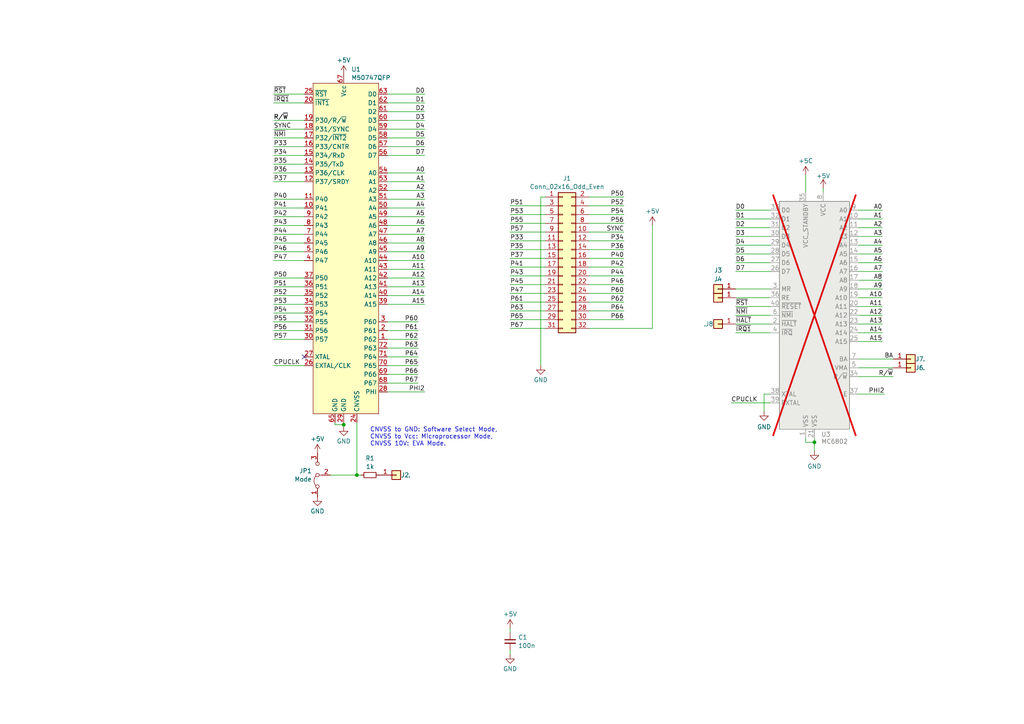
<source format=kicad_sch>
(kicad_sch (version 20230121) (generator eeschema)
  (paper "A4")
  (lib_symbols
    (symbol "CPU_NXP_6800:MC6802"
      (property "Reference" "U99" (at 1.9559 -34.552 0))
      (property "Value" "MC6802" (at 1.9559 -36.6 0))
      (symbol "MC6802_0_1"
        (rectangle (start -10.16 -33.02) (end 10.16 33.02) (stroke (width 0.254)) (fill (type background)))
      )
      (symbol "MC6802_1_1"
        (pin power_in line (at -2.54 -35.56 90) (length 2.54) (name "VSS") (number "1"))
        (pin output line (at 12.7 27.94 180) (length 2.54) (name "A1") (number "10"))
        (pin output line (at 12.7 25.4 180) (length 2.54) (name "A2") (number "11"))
        (pin output line (at 12.7 22.86 180) (length 2.54) (name "A3") (number "12"))
        (pin output line (at 12.7 20.32 180) (length 2.54) (name "A4") (number "13"))
        (pin output line (at 12.7 17.78 180) (length 2.54) (name "A5") (number "14"))
        (pin output line (at 12.7 15.24 180) (length 2.54) (name "A6") (number "15"))
        (pin output line (at 12.7 12.7 180) (length 2.54) (name "A7") (number "16"))
        (pin output line (at 12.7 10.16 180) (length 2.54) (name "A8") (number "17"))
        (pin output line (at 12.7 7.62 180) (length 2.54) (name "A9") (number "18"))
        (pin output line (at 12.7 5.08 180) (length 2.54) (name "A10") (number "19"))
        (pin input line (at -12.7 -2.54 0) (length 2.54) (name "~{HALT}") (number "2"))
        (pin output line (at 12.7 2.54 180) (length 2.54) (name "A11") (number "20"))
        (pin power_in line (at 0 -35.56 90) (length 2.54) (name "VSS") (number "21"))
        (pin output line (at 12.7 0 180) (length 2.54) (name "A12") (number "22"))
        (pin output line (at 12.7 -2.54 180) (length 2.54) (name "A13") (number "23"))
        (pin output line (at 12.7 -5.08 180) (length 2.54) (name "A14") (number "24"))
        (pin output line (at 12.7 -7.62 180) (length 2.54) (name "A15") (number "25"))
        (pin bidirectional line (at -12.7 12.7 0) (length 2.54) (name "D7") (number "26"))
        (pin bidirectional line (at -12.7 15.24 0) (length 2.54) (name "D6") (number "27"))
        (pin bidirectional line (at -12.7 17.78 0) (length 2.54) (name "D5") (number "28"))
        (pin bidirectional line (at -12.7 20.32 0) (length 2.54) (name "D4") (number "29"))
        (pin input line (at -12.7 7.62 0) (length 2.54) (name "MR") (number "3"))
        (pin bidirectional line (at -12.7 22.86 0) (length 2.54) (name "D3") (number "30"))
        (pin bidirectional line (at -12.7 25.4 0) (length 2.54) (name "D2") (number "31"))
        (pin bidirectional line (at -12.7 27.94 0) (length 2.54) (name "D1") (number "32"))
        (pin bidirectional line (at -12.7 30.48 0) (length 2.54) (name "D0") (number "33"))
        (pin output line (at 12.7 -17.78 180) (length 2.54) (name "R/~{W}") (number "34"))
        (pin power_in line (at -2.54 35.56 270) (length 2.54) (name "VCC_STANDBY") (number "35"))
        (pin input line (at -12.7 5.08 0) (length 2.54) (name "RE") (number "36"))
        (pin output line (at 12.7 -22.86 180) (length 2.54) (name "E") (number "37"))
        (pin passive line (at -12.7 -22.86 0) (length 2.54) (name "XTAL") (number "38"))
        (pin passive line (at -12.7 -25.4 0) (length 2.54) (name "EXTAL") (number "39"))
        (pin input line (at -12.7 -5.08 0) (length 2.54) (name "~{IRQ}") (number "4"))
        (pin input line (at -12.7 2.54 0) (length 2.54) (name "~{RESET}") (number "40"))
        (pin output line (at 12.7 -15.24 180) (length 2.54) (name "VMA") (number "5"))
        (pin input line (at -12.7 0 0) (length 2.54) (name "~{NMI}") (number "6"))
        (pin output line (at 12.7 -12.7 180) (length 2.54) (name "BA") (number "7"))
        (pin power_in line (at 2.54 35.56 270) (length 2.54) (name "VCC") (number "8"))
        (pin output line (at 12.7 30.48 180) (length 2.54) (name "A0") (number "9"))
      )
    )
    (symbol "Connector_Generic:Conn_01x01" (pin_names (offset 1.016) hide)
      (property "Reference" "J" (at 0 2.54 0))
      (property "Value" "Conn_01x01" (at 0 -2.54 0))
      (symbol "Conn_01x01_1_1"
        (rectangle (start -1.27 0.127) (end 0 -0.127) (stroke (width 0.1524)))
        (rectangle (start -1.27 1.27) (end 1.27 -1.27) (stroke (width 0.254)) (fill (type background)))
        (pin passive line (at -5.08 0 0) (length 3.81) (name "Pin_1") (number "1"))
      )
    )
    (symbol "Connector_Generic:Conn_02x16_Odd_Even" (pin_names (offset 1.016) hide)
      (property "Reference" "J" (at 1.27 20.32 0))
      (property "Value" "Conn_02x16_Odd_Even" (at 1.27 -22.86 0))
      (symbol "Conn_02x16_Odd_Even_1_1"
        (rectangle (start -1.27 -20.193) (end 0 -20.447) (stroke (width 0.1524)))
        (rectangle (start -1.27 -17.653) (end 0 -17.907) (stroke (width 0.1524)))
        (rectangle (start -1.27 -15.113) (end 0 -15.367) (stroke (width 0.1524)))
        (rectangle (start -1.27 -12.573) (end 0 -12.827) (stroke (width 0.1524)))
        (rectangle (start -1.27 -10.033) (end 0 -10.287) (stroke (width 0.1524)))
        (rectangle (start -1.27 -7.493) (end 0 -7.747) (stroke (width 0.1524)))
        (rectangle (start -1.27 -4.953) (end 0 -5.207) (stroke (width 0.1524)))
        (rectangle (start -1.27 -2.413) (end 0 -2.667) (stroke (width 0.1524)))
        (rectangle (start -1.27 0.127) (end 0 -0.127) (stroke (width 0.1524)))
        (rectangle (start -1.27 2.667) (end 0 2.413) (stroke (width 0.1524)))
        (rectangle (start -1.27 5.207) (end 0 4.953) (stroke (width 0.1524)))
        (rectangle (start -1.27 7.747) (end 0 7.493) (stroke (width 0.1524)))
        (rectangle (start -1.27 10.287) (end 0 10.033) (stroke (width 0.1524)))
        (rectangle (start -1.27 12.827) (end 0 12.573) (stroke (width 0.1524)))
        (rectangle (start -1.27 15.367) (end 0 15.113) (stroke (width 0.1524)))
        (rectangle (start -1.27 17.907) (end 0 17.653) (stroke (width 0.1524)))
        (rectangle (start -1.27 19.05) (end 3.81 -21.59) (stroke (width 0.254)) (fill (type background)))
        (rectangle (start 3.81 -20.193) (end 2.54 -20.447) (stroke (width 0.1524)))
        (rectangle (start 3.81 -17.653) (end 2.54 -17.907) (stroke (width 0.1524)))
        (rectangle (start 3.81 -15.113) (end 2.54 -15.367) (stroke (width 0.1524)))
        (rectangle (start 3.81 -12.573) (end 2.54 -12.827) (stroke (width 0.1524)))
        (rectangle (start 3.81 -10.033) (end 2.54 -10.287) (stroke (width 0.1524)))
        (rectangle (start 3.81 -7.493) (end 2.54 -7.747) (stroke (width 0.1524)))
        (rectangle (start 3.81 -4.953) (end 2.54 -5.207) (stroke (width 0.1524)))
        (rectangle (start 3.81 -2.413) (end 2.54 -2.667) (stroke (width 0.1524)))
        (rectangle (start 3.81 0.127) (end 2.54 -0.127) (stroke (width 0.1524)))
        (rectangle (start 3.81 2.667) (end 2.54 2.413) (stroke (width 0.1524)))
        (rectangle (start 3.81 5.207) (end 2.54 4.953) (stroke (width 0.1524)))
        (rectangle (start 3.81 7.747) (end 2.54 7.493) (stroke (width 0.1524)))
        (rectangle (start 3.81 10.287) (end 2.54 10.033) (stroke (width 0.1524)))
        (rectangle (start 3.81 12.827) (end 2.54 12.573) (stroke (width 0.1524)))
        (rectangle (start 3.81 15.367) (end 2.54 15.113) (stroke (width 0.1524)))
        (rectangle (start 3.81 17.907) (end 2.54 17.653) (stroke (width 0.1524)))
        (pin passive line (at -5.08 17.78 0) (length 3.81) (name "Pin_1") (number "1"))
        (pin passive line (at 7.62 7.62 180) (length 3.81) (name "Pin_10") (number "10"))
        (pin passive line (at -5.08 5.08 0) (length 3.81) (name "Pin_11") (number "11"))
        (pin passive line (at 7.62 5.08 180) (length 3.81) (name "Pin_12") (number "12"))
        (pin passive line (at -5.08 2.54 0) (length 3.81) (name "Pin_13") (number "13"))
        (pin passive line (at 7.62 2.54 180) (length 3.81) (name "Pin_14") (number "14"))
        (pin passive line (at -5.08 0 0) (length 3.81) (name "Pin_15") (number "15"))
        (pin passive line (at 7.62 0 180) (length 3.81) (name "Pin_16") (number "16"))
        (pin passive line (at -5.08 -2.54 0) (length 3.81) (name "Pin_17") (number "17"))
        (pin passive line (at 7.62 -2.54 180) (length 3.81) (name "Pin_18") (number "18"))
        (pin passive line (at -5.08 -5.08 0) (length 3.81) (name "Pin_19") (number "19"))
        (pin passive line (at 7.62 17.78 180) (length 3.81) (name "Pin_2") (number "2"))
        (pin passive line (at 7.62 -5.08 180) (length 3.81) (name "Pin_20") (number "20"))
        (pin passive line (at -5.08 -7.62 0) (length 3.81) (name "Pin_21") (number "21"))
        (pin passive line (at 7.62 -7.62 180) (length 3.81) (name "Pin_22") (number "22"))
        (pin passive line (at -5.08 -10.16 0) (length 3.81) (name "Pin_23") (number "23"))
        (pin passive line (at 7.62 -10.16 180) (length 3.81) (name "Pin_24") (number "24"))
        (pin passive line (at -5.08 -12.7 0) (length 3.81) (name "Pin_25") (number "25"))
        (pin passive line (at 7.62 -12.7 180) (length 3.81) (name "Pin_26") (number "26"))
        (pin passive line (at -5.08 -15.24 0) (length 3.81) (name "Pin_27") (number "27"))
        (pin passive line (at 7.62 -15.24 180) (length 3.81) (name "Pin_28") (number "28"))
        (pin passive line (at -5.08 -17.78 0) (length 3.81) (name "Pin_29") (number "29"))
        (pin passive line (at -5.08 15.24 0) (length 3.81) (name "Pin_3") (number "3"))
        (pin passive line (at 7.62 -17.78 180) (length 3.81) (name "Pin_30") (number "30"))
        (pin passive line (at -5.08 -20.32 0) (length 3.81) (name "Pin_31") (number "31"))
        (pin passive line (at 7.62 -20.32 180) (length 3.81) (name "Pin_32") (number "32"))
        (pin passive line (at 7.62 15.24 180) (length 3.81) (name "Pin_4") (number "4"))
        (pin passive line (at -5.08 12.7 0) (length 3.81) (name "Pin_5") (number "5"))
        (pin passive line (at 7.62 12.7 180) (length 3.81) (name "Pin_6") (number "6"))
        (pin passive line (at -5.08 10.16 0) (length 3.81) (name "Pin_7") (number "7"))
        (pin passive line (at 7.62 10.16 180) (length 3.81) (name "Pin_8") (number "8"))
        (pin passive line (at -5.08 7.62 0) (length 3.81) (name "Pin_9") (number "9"))
      )
    )
    (symbol "Device:C_Small" (pin_numbers hide) (pin_names (offset 0.254) hide)
      (property "Reference" "C" (at 0.254 1.778 0))
      (property "Value" "C_Small" (at 0.254 -2.032 0))
      (symbol "C_Small_0_1"
        (polyline (pts (xy -1.524 -0.508) (xy 1.524 -0.508)) (stroke (width 0.3302)))
        (polyline (pts (xy -1.524 0.508) (xy 1.524 0.508)) (stroke (width 0.3048)))
      )
      (symbol "C_Small_1_1"
        (pin passive line (at 0 2.54 270) (length 2.032) (name "~") (number "1"))
        (pin passive line (at 0 -2.54 90) (length 2.032) (name "~") (number "2"))
      )
    )
    (symbol "Device:R_Small" (pin_numbers hide) (pin_names (offset 0.254) hide)
      (property "Reference" "R" (at 0.762 0.508 0))
      (property "Value" "R_Small" (at 0.762 -1.016 0))
      (symbol "R_Small_0_1"
        (rectangle (start -0.762 1.778) (end 0.762 -1.778) (stroke (width 0.2032)))
      )
      (symbol "R_Small_1_1"
        (pin passive line (at 0 2.54 270) (length 0.762) (name "~") (number "1"))
        (pin passive line (at 0 -2.54 90) (length 0.762) (name "~") (number "2"))
      )
    )
    (symbol "Jumper:Jumper_3_Bridged12" (pin_names (offset 0) hide)
      (property "Reference" "JP" (at -2.54 -2.54 0))
      (property "Value" "Jumper_3_Bridged12" (at 0 2.794 0))
      (symbol "Jumper_3_Bridged12_0_0"
        (circle (center -3.302 0) (radius 0.508))
        (circle (center 0 0) (radius 0.508))
        (circle (center 3.302 0) (radius 0.508))
      )
      (symbol "Jumper_3_Bridged12_0_1"
        (arc (start -0.254 0.508) (mid -1.651 0.9912) (end -3.048 0.508))
        (polyline (pts (xy 0 -1.27) (xy 0 -0.508)))
      )
      (symbol "Jumper_3_Bridged12_1_1"
        (pin passive line (at -6.35 0 0) (length 2.54) (name "A") (number "1"))
        (pin passive line (at 0 -3.81 90) (length 2.54) (name "C") (number "2"))
        (pin passive line (at 6.35 0 180) (length 2.54) (name "B") (number "3"))
      )
    )
    (symbol "my_ics_new:M50747QFP"
      (property "Reference" "U" (at 1.905 50.165 0))
      (property "Value" "M50747QFP" (at 6.35 47.625 0))
      (symbol "M50747QFP_1_1"
        (rectangle (start -8.89 46.355) (end 10.16 -49.53) (fill (type background)))
        (pin output line (at 12.7 -27.94 180) (length 2.54) (name "P62") (number "1"))
        (pin bidirectional line (at -11.43 10.16 0) (length 2.54) (name "P41") (number "10"))
        (pin bidirectional line (at -11.43 12.7 0) (length 2.54) (name "P40") (number "11"))
        (pin bidirectional line (at -11.43 17.78 0) (length 2.54) (name "P37/SRDY") (number "12"))
        (pin bidirectional line (at -11.43 20.32 0) (length 2.54) (name "P36/CLK") (number "13"))
        (pin bidirectional line (at -11.43 22.86 0) (length 2.54) (name "P35/TxD") (number "14"))
        (pin bidirectional line (at -11.43 25.4 0) (length 2.54) (name "P34/RxD") (number "15"))
        (pin bidirectional line (at -11.43 27.94 0) (length 2.54) (name "P33/CNTR") (number "16"))
        (pin bidirectional line (at -11.43 30.48 0) (length 2.54) (name "P32/~{INT2}") (number "17"))
        (pin bidirectional line (at -11.43 33.02 0) (length 2.54) (name "P31/SYNC") (number "18"))
        (pin bidirectional line (at -11.43 35.56 0) (length 2.54) (name "P30/R/~{W}") (number "19"))
        (pin output line (at 12.7 -25.4 180) (length 2.54) (name "P61") (number "2"))
        (pin input line (at -11.43 40.64 0) (length 2.54) (name "~{INT1}") (number "20"))
        (pin no_connect line (at -0.635 -1.27 180) (length 2.54) hide (name "") (number "21"))
        (pin no_connect line (at -0.635 -3.81 180) (length 2.54) hide (name "") (number "22"))
        (pin no_connect line (at -0.635 -6.35 180) (length 2.54) hide (name "") (number "23"))
        (pin input line (at 3.81 -52.07 90) (length 2.54) (name "CNVSS") (number "24"))
        (pin input line (at -11.43 43.18 0) (length 2.54) (name "~{RST}") (number "25"))
        (pin input line (at -11.43 -35.56 0) (length 2.54) (name "EXTAL/CLK") (number "26"))
        (pin output line (at -11.43 -33.02 0) (length 2.54) (name "XTAL") (number "27"))
        (pin output line (at 12.7 -43.18 180) (length 2.54) (name "PHI") (number "28"))
        (pin power_in line (at 0 -52.07 90) (length 2.54) (name "GND") (number "29"))
        (pin output line (at 12.7 -22.86 180) (length 2.54) (name "P60") (number "3"))
        (pin input line (at -11.43 -27.94 0) (length 2.54) (name "P57") (number "30"))
        (pin input line (at -11.43 -25.4 0) (length 2.54) (name "P56") (number "31"))
        (pin input line (at -11.43 -22.86 0) (length 2.54) (name "P55") (number "32"))
        (pin input line (at -11.43 -20.32 0) (length 2.54) (name "P54") (number "33"))
        (pin input line (at -11.43 -17.78 0) (length 2.54) (name "P53") (number "34"))
        (pin input line (at -11.43 -15.24 0) (length 2.54) (name "P52") (number "35"))
        (pin input line (at -11.43 -12.7 0) (length 2.54) (name "P51") (number "36"))
        (pin input line (at -11.43 -10.16 0) (length 2.54) (name "P50") (number "37"))
        (pin no_connect line (at -0.635 -8.89 180) (length 2.54) hide (name "") (number "38"))
        (pin bidirectional line (at 12.7 -17.78 180) (length 2.54) (name "A15") (number "39"))
        (pin bidirectional line (at -11.43 -5.08 0) (length 2.54) (name "P47") (number "4"))
        (pin bidirectional line (at 12.7 -15.24 180) (length 2.54) (name "A14") (number "40"))
        (pin bidirectional line (at 12.7 -12.7 180) (length 2.54) (name "A13") (number "41"))
        (pin bidirectional line (at 12.7 -10.16 180) (length 2.54) (name "A12") (number "42"))
        (pin bidirectional line (at 12.7 -7.62 180) (length 2.54) (name "A11") (number "43"))
        (pin bidirectional line (at 12.7 -5.08 180) (length 2.54) (name "A10") (number "44"))
        (pin bidirectional line (at 12.7 -2.54 180) (length 2.54) (name "A9") (number "45"))
        (pin bidirectional line (at 12.7 0 180) (length 2.54) (name "A8") (number "46"))
        (pin bidirectional line (at 12.7 2.54 180) (length 2.54) (name "A7") (number "47"))
        (pin bidirectional line (at 12.7 5.08 180) (length 2.54) (name "A6") (number "48"))
        (pin bidirectional line (at 12.7 7.62 180) (length 2.54) (name "A5") (number "49"))
        (pin bidirectional line (at -11.43 -2.54 0) (length 2.54) (name "P46") (number "5"))
        (pin bidirectional line (at 12.7 10.16 180) (length 2.54) (name "A4") (number "50"))
        (pin bidirectional line (at 12.7 12.7 180) (length 2.54) (name "A3") (number "51"))
        (pin bidirectional line (at 12.7 15.24 180) (length 2.54) (name "A2") (number "52"))
        (pin bidirectional line (at 12.7 17.78 180) (length 2.54) (name "A1") (number "53"))
        (pin bidirectional line (at 12.7 20.32 180) (length 2.54) (name "A0") (number "54"))
        (pin no_connect line (at -0.635 -11.43 180) (length 2.54) hide (name "") (number "55"))
        (pin bidirectional line (at 12.7 25.4 180) (length 2.54) (name "D7") (number "56"))
        (pin bidirectional line (at 12.7 27.94 180) (length 2.54) (name "D6") (number "57"))
        (pin bidirectional line (at 12.7 30.48 180) (length 2.54) (name "D5") (number "58"))
        (pin bidirectional line (at 12.7 33.02 180) (length 2.54) (name "D4") (number "59"))
        (pin bidirectional line (at -11.43 0 0) (length 2.54) (name "P45") (number "6"))
        (pin bidirectional line (at 12.7 35.56 180) (length 2.54) (name "D3") (number "60"))
        (pin bidirectional line (at 12.7 38.1 180) (length 2.54) (name "D2") (number "61"))
        (pin bidirectional line (at 12.7 40.64 180) (length 2.54) (name "D1") (number "62"))
        (pin bidirectional line (at 12.7 43.18 180) (length 2.54) (name "D0") (number "63"))
        (pin no_connect line (at -0.635 -13.97 180) (length 2.54) hide (name "") (number "64"))
        (pin power_in line (at -2.54 -52.07 90) (length 2.54) (name "GND") (number "65"))
        (pin no_connect line (at -0.635 -16.51 180) (length 2.54) hide (name "") (number "66"))
        (pin power_in line (at 0 48.895 270) (length 2.54) (name "Vcc") (number "67"))
        (pin output line (at 12.7 -40.64 180) (length 2.54) (name "P67") (number "68"))
        (pin output line (at 12.7 -38.1 180) (length 2.54) (name "P66") (number "69"))
        (pin bidirectional line (at -11.43 2.54 0) (length 2.54) (name "P44") (number "7"))
        (pin output line (at 12.7 -35.56 180) (length 2.54) (name "P65") (number "70"))
        (pin output line (at 12.7 -33.02 180) (length 2.54) (name "P64") (number "71"))
        (pin output line (at 12.7 -30.48 180) (length 2.54) (name "P63") (number "72"))
        (pin bidirectional line (at -11.43 5.08 0) (length 2.54) (name "P43") (number "8"))
        (pin bidirectional line (at -11.43 7.62 0) (length 2.54) (name "P42") (number "9"))
      )
    )
    (symbol "power:+5C" (power) (pin_names (offset 0))
      (property "Value" "+5C" (at 0 3.556 0))
      (symbol "+5C_0_1"
        (polyline (pts (xy -0.762 1.27) (xy 0 2.54)))
        (polyline (pts (xy 0 0) (xy 0 2.54)))
        (polyline (pts (xy 0 2.54) (xy 0.762 1.27)))
      )
      (symbol "+5C_1_1"
        (pin power_in line (at 0 0 90) (length 0) hide (name "+5C") (number "1"))
      )
    )
    (symbol "power:+5V" (power) (pin_names (offset 0))
      (property "Value" "+5V" (at 0 3.556 0))
      (symbol "+5V_0_1"
        (polyline (pts (xy -0.762 1.27) (xy 0 2.54)))
        (polyline (pts (xy 0 0) (xy 0 2.54)))
        (polyline (pts (xy 0 2.54) (xy 0.762 1.27)))
      )
      (symbol "+5V_1_1"
        (pin power_in line (at 0 0 90) (length 0) hide (name "+5V") (number "1"))
      )
    )
    (symbol "power:GND" (power) (pin_names (offset 0))
      (property "Value" "GND" (at 0 -3.81 0))
      (symbol "GND_0_1"
        (polyline (pts (xy 0 0) (xy 0 -1.27) (xy 1.27 -1.27) (xy 0 -2.54) (xy -1.27 -1.27) (xy 0 -1.27)))
      )
      (symbol "GND_1_1"
        (pin power_in line (at 0 0 270) (length 0) hide (name "GND") (number "1"))
      )
    )
  )
  (junction (at 236.22 128.27))
  (junction (at 103.505 137.795))
  (junction (at 99.695 123.19))
  (no_connect (at 88.265 103.505))
  (wire (pts (xy 79.375 95.885) (xy 88.265 95.885)))
  (wire (pts (xy 223.52 73.66) (xy 213.36 73.66)))
  (wire (pts (xy 170.815 92.71) (xy 180.975 92.71)))
  (wire (pts (xy 79.375 106.045) (xy 88.265 106.045)))
  (wire (pts (xy 79.375 42.545) (xy 88.265 42.545)))
  (wire (pts (xy 248.92 99.06) (xy 255.905 99.06)))
  (wire (pts (xy 170.815 95.25) (xy 189.23 95.25)))
  (wire (pts (xy 170.815 57.15) (xy 180.975 57.15)))
  (wire (pts (xy 79.375 60.325) (xy 88.265 60.325)))
  (wire (pts (xy 147.955 189.865) (xy 147.955 188.595)))
  (wire (pts (xy 259.08 104.14) (xy 248.92 104.14)))
  (wire (pts (xy 223.52 60.96) (xy 213.36 60.96)))
  (wire (pts (xy 112.395 83.185) (xy 123.19 83.185)))
  (wire (pts (xy 170.815 77.47) (xy 180.975 77.47)))
  (wire (pts (xy 223.52 66.04) (xy 213.36 66.04)))
  (wire (pts (xy 79.375 75.565) (xy 88.265 75.565)))
  (wire (pts (xy 112.395 88.265) (xy 123.19 88.265)))
  (wire (pts (xy 79.375 37.465) (xy 88.265 37.465)))
  (wire (pts (xy 213.36 83.82) (xy 223.52 83.82)))
  (wire (pts (xy 112.395 52.705) (xy 123.19 52.705)))
  (wire (pts (xy 99.695 122.555) (xy 99.695 123.19)))
  (wire (pts (xy 112.395 60.325) (xy 123.19 60.325)))
  (wire (pts (xy 112.395 50.165) (xy 123.19 50.165)))
  (wire (pts (xy 212.09 116.84) (xy 223.52 116.84)))
  (wire (pts (xy 233.68 128.27) (xy 233.68 127)))
  (wire (pts (xy 223.52 114.3) (xy 221.615 114.3)))
  (wire (pts (xy 79.375 45.085) (xy 88.265 45.085)))
  (wire (pts (xy 213.36 88.9) (xy 223.52 88.9)))
  (wire (pts (xy 79.375 27.305) (xy 88.265 27.305)))
  (wire (pts (xy 79.375 88.265) (xy 88.265 88.265)))
  (wire (pts (xy 97.155 123.19) (xy 97.155 122.555)))
  (wire (pts (xy 213.36 96.52) (xy 223.52 96.52)))
  (wire (pts (xy 112.395 78.105) (xy 123.19 78.105)))
  (wire (pts (xy 147.955 182.245) (xy 147.955 183.515)))
  (wire (pts (xy 213.36 86.36) (xy 223.52 86.36)))
  (wire (pts (xy 112.395 29.845) (xy 123.19 29.845)))
  (wire (pts (xy 79.375 65.405) (xy 88.265 65.405)))
  (wire (pts (xy 112.395 73.025) (xy 123.19 73.025)))
  (wire (pts (xy 79.375 73.025) (xy 88.265 73.025)))
  (wire (pts (xy 121.285 95.885) (xy 112.395 95.885)))
  (wire (pts (xy 112.395 34.925) (xy 123.19 34.925)))
  (wire (pts (xy 259.08 106.68) (xy 248.92 106.68)))
  (wire (pts (xy 156.845 57.15) (xy 156.845 106.045)))
  (wire (pts (xy 248.92 96.52) (xy 255.905 96.52)))
  (wire (pts (xy 112.395 80.645) (xy 123.19 80.645)))
  (wire (pts (xy 121.285 103.505) (xy 112.395 103.505)))
  (wire (pts (xy 112.395 85.725) (xy 123.19 85.725)))
  (wire (pts (xy 112.395 65.405) (xy 123.19 65.405)))
  (wire (pts (xy 170.815 87.63) (xy 180.975 87.63)))
  (wire (pts (xy 112.395 32.385) (xy 123.19 32.385)))
  (wire (pts (xy 79.375 85.725) (xy 88.265 85.725)))
  (wire (pts (xy 121.285 111.125) (xy 112.395 111.125)))
  (wire (pts (xy 248.92 93.98) (xy 255.905 93.98)))
  (wire (pts (xy 156.845 57.15) (xy 158.115 57.15)))
  (wire (pts (xy 236.22 128.27) (xy 236.22 130.81)))
  (wire (pts (xy 170.815 74.93) (xy 180.975 74.93)))
  (wire (pts (xy 223.52 68.58) (xy 213.36 68.58)))
  (wire (pts (xy 233.68 50.8) (xy 233.68 55.88)))
  (wire (pts (xy 112.395 62.865) (xy 123.19 62.865)))
  (wire (pts (xy 170.815 72.39) (xy 180.975 72.39)))
  (wire (pts (xy 147.955 87.63) (xy 158.115 87.63)))
  (wire (pts (xy 79.375 40.005) (xy 88.265 40.005)))
  (wire (pts (xy 189.23 65.405) (xy 189.23 95.25)))
  (wire (pts (xy 248.92 60.96) (xy 255.905 60.96)))
  (wire (pts (xy 147.955 72.39) (xy 158.115 72.39)))
  (wire (pts (xy 79.375 34.925) (xy 88.265 34.925)))
  (wire (pts (xy 112.395 57.785) (xy 123.19 57.785)))
  (wire (pts (xy 121.285 93.345) (xy 112.395 93.345)))
  (wire (pts (xy 99.695 123.19) (xy 97.155 123.19)))
  (wire (pts (xy 79.375 70.485) (xy 88.265 70.485)))
  (wire (pts (xy 248.92 83.82) (xy 255.905 83.82)))
  (wire (pts (xy 147.955 62.23) (xy 158.115 62.23)))
  (wire (pts (xy 238.76 54.61) (xy 238.76 55.88)))
  (wire (pts (xy 79.375 52.705) (xy 88.265 52.705)))
  (wire (pts (xy 79.375 29.845) (xy 88.265 29.845)))
  (wire (pts (xy 79.375 98.425) (xy 88.265 98.425)))
  (wire (pts (xy 170.815 80.01) (xy 180.975 80.01)))
  (wire (pts (xy 79.375 67.945) (xy 88.265 67.945)))
  (wire (pts (xy 221.615 114.3) (xy 221.615 119.38)))
  (wire (pts (xy 79.375 50.165) (xy 88.265 50.165)))
  (wire (pts (xy 248.92 71.12) (xy 255.905 71.12)))
  (wire (pts (xy 248.92 73.66) (xy 255.905 73.66)))
  (wire (pts (xy 248.92 86.36) (xy 255.905 86.36)))
  (wire (pts (xy 103.505 122.555) (xy 103.505 137.795)))
  (wire (pts (xy 223.52 76.2) (xy 213.36 76.2)))
  (wire (pts (xy 170.815 67.31) (xy 180.975 67.31)))
  (wire (pts (xy 248.92 76.2) (xy 255.905 76.2)))
  (wire (pts (xy 99.695 123.19) (xy 99.695 123.825)))
  (wire (pts (xy 170.815 69.85) (xy 180.975 69.85)))
  (wire (pts (xy 248.92 68.58) (xy 255.905 68.58)))
  (wire (pts (xy 112.395 27.305) (xy 123.19 27.305)))
  (wire (pts (xy 147.955 85.09) (xy 158.115 85.09)))
  (wire (pts (xy 170.815 59.69) (xy 180.975 59.69)))
  (wire (pts (xy 79.375 62.865) (xy 88.265 62.865)))
  (wire (pts (xy 248.92 88.9) (xy 255.905 88.9)))
  (wire (pts (xy 121.285 106.045) (xy 112.395 106.045)))
  (wire (pts (xy 95.885 137.795) (xy 103.505 137.795)))
  (wire (pts (xy 223.52 63.5) (xy 213.36 63.5)))
  (wire (pts (xy 121.285 98.425) (xy 112.395 98.425)))
  (wire (pts (xy 147.955 95.25) (xy 158.115 95.25)))
  (wire (pts (xy 103.505 137.795) (xy 104.775 137.795)))
  (wire (pts (xy 147.955 90.17) (xy 158.115 90.17)))
  (wire (pts (xy 147.955 64.77) (xy 158.115 64.77)))
  (wire (pts (xy 79.375 80.645) (xy 88.265 80.645)))
  (wire (pts (xy 248.92 78.74) (xy 255.905 78.74)))
  (wire (pts (xy 79.375 57.785) (xy 88.265 57.785)))
  (wire (pts (xy 213.36 93.98) (xy 223.52 93.98)))
  (wire (pts (xy 79.375 93.345) (xy 88.265 93.345)))
  (wire (pts (xy 147.955 82.55) (xy 158.115 82.55)))
  (wire (pts (xy 248.92 91.44) (xy 255.905 91.44)))
  (wire (pts (xy 223.52 71.12) (xy 213.36 71.12)))
  (wire (pts (xy 147.955 80.01) (xy 158.115 80.01)))
  (wire (pts (xy 121.285 100.965) (xy 112.395 100.965)))
  (wire (pts (xy 170.815 82.55) (xy 180.975 82.55)))
  (wire (pts (xy 79.375 83.185) (xy 88.265 83.185)))
  (wire (pts (xy 248.92 63.5) (xy 255.905 63.5)))
  (wire (pts (xy 147.955 92.71) (xy 158.115 92.71)))
  (wire (pts (xy 213.36 91.44) (xy 223.52 91.44)))
  (wire (pts (xy 259.08 109.22) (xy 248.92 109.22)))
  (wire (pts (xy 256.54 114.3) (xy 248.92 114.3)))
  (wire (pts (xy 112.395 55.245) (xy 123.19 55.245)))
  (wire (pts (xy 170.815 62.23) (xy 180.975 62.23)))
  (wire (pts (xy 112.395 42.545) (xy 123.19 42.545)))
  (wire (pts (xy 223.52 78.74) (xy 213.36 78.74)))
  (wire (pts (xy 170.815 64.77) (xy 180.975 64.77)))
  (wire (pts (xy 147.955 67.31) (xy 158.115 67.31)))
  (wire (pts (xy 147.955 74.93) (xy 158.115 74.93)))
  (wire (pts (xy 121.285 108.585) (xy 112.395 108.585)))
  (wire (pts (xy 248.92 81.28) (xy 255.905 81.28)))
  (wire (pts (xy 236.22 127) (xy 236.22 128.27)))
  (wire (pts (xy 112.395 67.945) (xy 123.19 67.945)))
  (wire (pts (xy 147.955 59.69) (xy 158.115 59.69)))
  (wire (pts (xy 79.375 90.805) (xy 88.265 90.805)))
  (wire (pts (xy 248.92 66.04) (xy 255.905 66.04)))
  (wire (pts (xy 112.395 45.085) (xy 123.19 45.085)))
  (wire (pts (xy 236.22 128.27) (xy 233.68 128.27)))
  (wire (pts (xy 170.815 85.09) (xy 180.975 85.09)))
  (wire (pts (xy 79.375 47.625) (xy 88.265 47.625)))
  (wire (pts (xy 147.955 69.85) (xy 158.115 69.85)))
  (wire (pts (xy 112.395 70.485) (xy 123.19 70.485)))
  (wire (pts (xy 112.395 37.465) (xy 123.19 37.465)))
  (wire (pts (xy 112.395 75.565) (xy 123.19 75.565)))
  (wire (pts (xy 147.955 77.47) (xy 158.115 77.47)))
  (wire (pts (xy 112.395 113.665) (xy 123.19 113.665)))
  (wire (pts (xy 170.815 90.17) (xy 180.975 90.17)))
  (wire (pts (xy 112.395 40.005) (xy 123.19 40.005)))
  (text "CNVSS to GND: Software Select Mode,\nCNVSS to Vcc: Microprocessor Mode,\nCNVSS 10V: EVA Mode." (at 107.315 129.54 0) (effects (font (size 1.27 1.27)) (justify left bottom)))
  (label "A8" (at 255.905 81.28 180))
  (label "P54" (at 79.375 90.805 0))
  (label "P61" (at 147.955 87.63 0))
  (label "P41" (at 79.375 60.325 0))
  (label "D3" (at 123.19 34.925 180))
  (label "R{slash}~{W}" (at 79.375 34.925 0))
  (label "P40" (at 79.375 57.785 0))
  (label "PHI2" (at 256.54 114.3 180))
  (label "P55" (at 79.375 93.345 0))
  (label "BA" (at 259.08 104.14 180))
  (label "PHI2" (at 123.19 113.665 180))
  (label "D1" (at 213.36 63.5 0))
  (label "P50" (at 79.375 80.645 0))
  (label "A14" (at 255.905 96.52 180))
  (label "P35" (at 79.375 47.625 0))
  (label "P57" (at 147.955 67.31 0))
  (label "P53" (at 79.375 88.265 0))
  (label "A7" (at 123.19 67.945 180))
  (label "P44" (at 180.975 80.01 180))
  (label "D7" (at 213.36 78.74 0))
  (label "~{NMI}" (at 213.36 91.44 0))
  (label "P47" (at 147.955 85.09 0))
  (label "P61" (at 121.285 95.885 180))
  (label "P60" (at 180.975 85.09 180))
  (label "A6" (at 255.905 76.2 180))
  (label "P67" (at 147.955 95.25 0))
  (label "A15" (at 123.19 88.265 180))
  (label "P62" (at 121.285 98.425 180))
  (label "R{slash}~{W}" (at 259.08 109.22 180))
  (label "D3" (at 213.36 68.58 0))
  (label "~{NMI}" (at 79.375 40.005 0))
  (label "P42" (at 180.975 77.47 180))
  (label "P56" (at 180.975 64.77 180))
  (label "P33" (at 147.955 69.85 0))
  (label "D6" (at 213.36 76.2 0))
  (label "P47" (at 79.375 75.565 0))
  (label "P65" (at 147.955 92.71 0))
  (label "A5" (at 255.905 73.66 180))
  (label "A6" (at 123.19 65.405 180))
  (label "A5" (at 123.19 62.865 180))
  (label "A1" (at 255.905 63.5 180))
  (label "P66" (at 121.285 108.585 180))
  (label "P51" (at 147.955 59.69 0))
  (label "P37" (at 147.955 74.93 0))
  (label "P45" (at 147.955 82.55 0))
  (label "D0" (at 213.36 60.96 0))
  (label "D7" (at 123.19 45.085 180))
  (label "D2" (at 213.36 66.04 0))
  (label "P64" (at 121.285 103.505 180))
  (label "P33" (at 79.375 42.545 0))
  (label "P37" (at 79.375 52.705 0))
  (label "~{IRQ1}" (at 213.36 96.52 0))
  (label "A3" (at 255.905 68.58 180))
  (label "D5" (at 213.36 73.66 0))
  (label "CPUCLK" (at 79.375 106.045 0))
  (label "P51" (at 79.375 83.185 0))
  (label "A12" (at 123.19 80.645 180))
  (label "P36" (at 79.375 50.165 0))
  (label "P63" (at 121.285 100.965 180))
  (label "P57" (at 79.375 98.425 0))
  (label "P55" (at 147.955 64.77 0))
  (label "P63" (at 147.955 90.17 0))
  (label "P52" (at 79.375 85.725 0))
  (label "D6" (at 123.19 42.545 180))
  (label "A0" (at 255.905 60.96 180))
  (label "P67" (at 121.285 111.125 180))
  (label "P52" (at 180.975 59.69 180))
  (label "P40" (at 180.975 74.93 180))
  (label "P62" (at 180.975 87.63 180))
  (label "P35" (at 147.955 72.39 0))
  (label "D0" (at 123.19 27.305 180))
  (label "P50" (at 180.975 57.15 180))
  (label "D1" (at 123.19 29.845 180))
  (label "P36" (at 180.975 72.39 180))
  (label "P41" (at 147.955 77.47 0))
  (label "P53" (at 147.955 62.23 0))
  (label "P42" (at 79.375 62.865 0))
  (label "P45" (at 79.375 70.485 0))
  (label "P43" (at 79.375 65.405 0))
  (label "P65" (at 121.285 106.045 180))
  (label "~{IRQ1}" (at 79.375 29.845 0))
  (label "D5" (at 123.19 40.005 180))
  (label "P60" (at 121.285 93.345 180))
  (label "SYNC" (at 79.375 37.465 0))
  (label "D2" (at 123.19 32.385 180))
  (label "A8" (at 123.19 70.485 180))
  (label "P44" (at 79.375 67.945 0))
  (label "A0" (at 123.19 50.165 180))
  (label "A2" (at 255.905 66.04 180))
  (label "P64" (at 180.975 90.17 180))
  (label "R{slash}~{W}" (at 79.375 34.925 0))
  (label "P54" (at 180.975 62.23 180))
  (label "P34" (at 79.375 45.085 0))
  (label "~{HALT}" (at 213.36 93.98 0))
  (label "~{RST}" (at 79.375 27.305 0))
  (label "A13" (at 123.19 83.185 180))
  (label "SYNC" (at 180.975 67.31 180))
  (label "CPUCLK" (at 212.09 116.84 0))
  (label "A11" (at 255.905 88.9 180))
  (label "A9" (at 123.19 73.025 180))
  (label "P34" (at 180.975 69.85 180))
  (label "P46" (at 79.375 73.025 0))
  (label "A10" (at 123.19 75.565 180))
  (label "P66" (at 180.975 92.71 180))
  (label "A10" (at 255.905 86.36 180))
  (label "~{RST}" (at 213.36 88.9 0))
  (label "P46" (at 180.975 82.55 180))
  (label "A2" (at 123.19 55.245 180))
  (label "A12" (at 255.905 91.44 180))
  (label "A13" (at 255.905 93.98 180))
  (label "A4" (at 123.19 60.325 180))
  (label "A9" (at 255.905 83.82 180))
  (label "A3" (at 123.19 57.785 180))
  (label "A7" (at 255.905 78.74 180))
  (label "A14" (at 123.19 85.725 180))
  (label "A4" (at 255.905 71.12 180))
  (label "A15" (at 255.905 99.06 180))
  (label "A11" (at 123.19 78.105 180))
  (label "P56" (at 79.375 95.885 0))
  (label "P43" (at 147.955 80.01 0))
  (label "D4" (at 213.36 71.12 0))
  (label "D4" (at 123.19 37.465 180))
  (label "A1" (at 123.19 52.705 180))
  (symbol (lib_id "Connector_Generic:Conn_01x01") (at 208.28 83.82 0) (mirror y) (unit 1)
    (property "Reference" "J3" (at 208.28 78.4057 0))
    (property "Value" "." (at 208.28 80.8299 0))
    (property "Footprint" "Connector_PinHeader_2.00mm:PinHeader_1x01_P2.00mm_Vertical" (effects hide))
  )
  (symbol (lib_id "my_ics_new:M50747QFP") (at 99.695 70.485 0) (unit 1)
    (property "Reference" "U1" (at 101.8891 20.1127 0) (effects (justify left)))
    (property "Value" "M50747QFP" (at 101.8891 22.5369 0) (effects (justify left)))
    (property "Footprint" "my_own_conn:QFP-72_13.2x18_Pitch0.8mm" (effects hide))
  )
  (symbol (lib_id "power:GND") (at 221.615 119.38 0) (mirror y) (unit 1)
    (property "Reference" "#PWR018" (effects hide))
    (property "Value" "GND" (at 221.615 123.8234 0))
  )
  (symbol (lib_id "Device:C_Small") (at 147.955 186.055 0) (unit 1)
    (property "Reference" "C1" (at 150.2791 184.8492 0) (effects (justify left)))
    (property "Value" "100n" (at 150.2791 187.2734 0) (effects (justify left)))
    (property "Footprint" "Capacitor_SMD:C_1206_3216Metric_Pad1.33x1.80mm_HandSolder" (effects hide))
  )
  (symbol (lib_id "Connector_Generic:Conn_01x01") (at 208.28 93.98 0) (mirror y) (unit 1)
    (property "Reference" "J8" (at 205.74 93.98 0))
    (property "Value" "." (at 204.47 93.98 0))
    (property "Footprint" "Connector_PinHeader_2.00mm:PinHeader_1x01_P2.00mm_Vertical" (effects hide))
  )
  (symbol (lib_id "power:GND") (at 99.695 123.825 0) (unit 1)
    (property "Reference" "#PWR02" (effects hide))
    (property "Value" "GND" (at 99.695 127.9581 0))
  )
  (symbol (lib_id "power:GND") (at 156.845 106.045 0) (unit 1)
    (property "Reference" "#PWR015" (effects hide))
    (property "Value" "GND" (at 156.845 110.1781 0))
  )
  (symbol (lib_id "Jumper:Jumper_3_Bridged12") (at 92.075 137.795 90) (unit 1)
    (property "Reference" "JP1" (at 90.4488 136.5829 90) (effects (justify left)))
    (property "Value" "Mode" (at 90.4488 139.0071 90) (effects (justify left)))
    (property "Footprint" "Jumper:SolderJumper-3_P1.3mm_Open_Pad1.0x1.5mm" (effects hide))
  )
  (symbol (lib_id "power:GND") (at 147.955 189.865 0) (unit 1)
    (property "Reference" "#PWR04" (effects hide))
    (property "Value" "GND" (at 147.955 193.9981 0))
  )
  (symbol (lib_id "power:+5V") (at 92.075 131.445 0) (unit 1)
    (property "Reference" "#PWR05" (effects hide))
    (property "Value" "+5V" (at 92.075 127.3119 0))
  )
  (symbol (lib_id "power:GND") (at 236.22 130.81 0) (mirror y) (unit 1)
    (property "Reference" "#PWR019" (effects hide))
    (property "Value" "GND" (at 236.22 135.2534 0))
  )
  (symbol (lib_id "power:+5V") (at 189.23 65.405 0) (unit 1)
    (property "Reference" "#PWR016" (effects hide))
    (property "Value" "+5V" (at 189.23 61.2719 0))
  )
  (symbol (lib_id "Connector_Generic:Conn_01x01") (at 114.935 137.795 0) (unit 1)
    (property "Reference" "J2" (at 117.475 137.795 0))
    (property "Value" "." (at 118.745 137.795 0))
    (property "Footprint" "Connector_PinHeader_2.00mm:PinHeader_1x01_P2.00mm_Vertical" (effects hide))
  )
  (symbol (lib_id "power:+5V") (at 238.76 54.61 0) (unit 1)
    (property "Reference" "#PWR017" (effects hide))
    (property "Value" "+5V" (at 238.76 51.0342 0))
  )
  (symbol (lib_id "Connector_Generic:Conn_01x01") (at 208.28 86.36 0) (mirror y) (unit 1)
    (property "Reference" "J4" (at 208.28 80.9457 0))
    (property "Value" "." (at 208.28 83.3699 0))
    (property "Footprint" "Connector_PinHeader_2.00mm:PinHeader_1x01_P2.00mm_Vertical" (effects hide))
  )
  (symbol (lib_id "Connector_Generic:Conn_01x01") (at 264.16 106.68 0) (unit 1)
    (property "Reference" "J6" (at 266.7 106.68 0))
    (property "Value" "." (at 267.97 106.68 0))
    (property "Footprint" "Connector_PinHeader_2.00mm:PinHeader_1x01_P2.00mm_Vertical" (effects hide))
  )
  (symbol (lib_id "power:+5C") (at 233.68 50.8 0) (unit 1)
    (property "Reference" "#PWR020" (effects hide))
    (property "Value" "+5C" (at 233.68 46.6669 0))
  )
  (symbol (lib_id "power:+5V") (at 147.955 182.245 0) (unit 1)
    (property "Reference" "#PWR06" (effects hide))
    (property "Value" "+5V" (at 147.955 178.1119 0))
  )
  (symbol (lib_id "Connector_Generic:Conn_01x01") (at 264.16 104.14 0) (unit 1)
    (property "Reference" "J7" (at 266.7 104.14 0))
    (property "Value" "." (at 267.97 104.14 0))
    (property "Footprint" "Connector_PinHeader_2.00mm:PinHeader_1x01_P2.00mm_Vertical" (effects hide))
  )
  (symbol (lib_id "power:+5V") (at 99.695 21.59 0) (unit 1)
    (property "Reference" "#PWR03" (effects hide))
    (property "Value" "+5V" (at 99.695 17.4569 0))
  )
  (symbol (lib_id "CPU_NXP_6800:MC6802") (at 236.22 91.44 0) (unit 1) (in_bom no) (dnp yes)
    (property "Reference" "U3" (at 238.1759 125.992 0) (effects (justify left)))
    (property "Value" "MC6802" (at 238.1759 128.04 0) (effects (justify left)))
    (property "Footprint" "Package_DIP:DIP-40_W15.24mm" (effects hide))
    (property "Datasheet" "https://www.jameco.com/Jameco/Products/ProdDS/43502.pdf" (effects hide))
  )
  (symbol (lib_id "Connector_Generic:Conn_02x16_Odd_Even") (at 163.195 74.93 0) (unit 1)
    (property "Reference" "J1" (at 164.465 51.7357 0))
    (property "Value" "Conn_02x16_Odd_Even" (at 164.465 54.1599 0))
    (property "Footprint" "Connector_PinHeader_2.54mm:PinHeader_2x16_P2.54mm_Horizontal" (effects hide))
  )
  (symbol (lib_id "power:GND") (at 92.075 144.145 0) (unit 1)
    (property "Reference" "#PWR01" (effects hide))
    (property "Value" "GND" (at 92.075 148.2781 0))
  )
  (symbol (lib_id "Device:R_Small") (at 107.315 137.795 90) (unit 1)
    (property "Reference" "R1" (at 107.315 132.9141 90))
    (property "Value" "1k" (at 107.315 135.3383 90))
    (property "Footprint" "Resistor_SMD:R_1206_3216Metric" (effects hide))
  )
)
</source>
